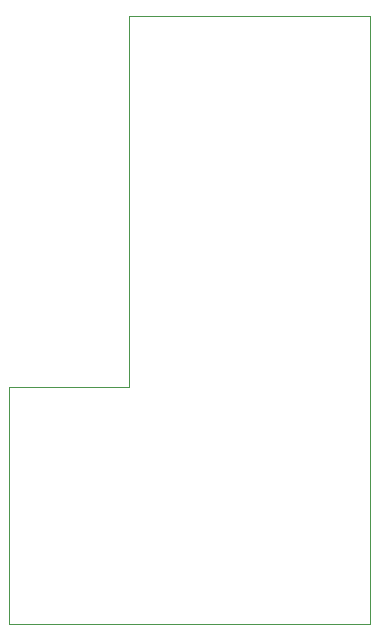
<source format=gbr>
G04 #@! TF.GenerationSoftware,KiCad,Pcbnew,5.1.5+dfsg1-2build2*
G04 #@! TF.CreationDate,2022-03-13T21:19:34-04:00*
G04 #@! TF.ProjectId,vdg_breakout,7664675f-6272-4656-916b-6f75742e6b69,rev?*
G04 #@! TF.SameCoordinates,Original*
G04 #@! TF.FileFunction,Profile,NP*
%FSLAX46Y46*%
G04 Gerber Fmt 4.6, Leading zero omitted, Abs format (unit mm)*
G04 Created by KiCad (PCBNEW 5.1.5+dfsg1-2build2) date 2022-03-13 21:19:34*
%MOMM*%
%LPD*%
G04 APERTURE LIST*
%ADD10C,0.050000*%
G04 APERTURE END LIST*
D10*
X121425000Y-90375000D02*
X111300000Y-90375000D01*
X141800000Y-110500000D02*
X111300000Y-110500000D01*
X121425000Y-58950000D02*
X141800000Y-58950000D01*
X121425000Y-90375000D02*
X121425000Y-58950000D01*
X111300000Y-110500000D02*
X111300000Y-90375000D01*
X141800000Y-58950000D02*
X141800000Y-110500000D01*
M02*

</source>
